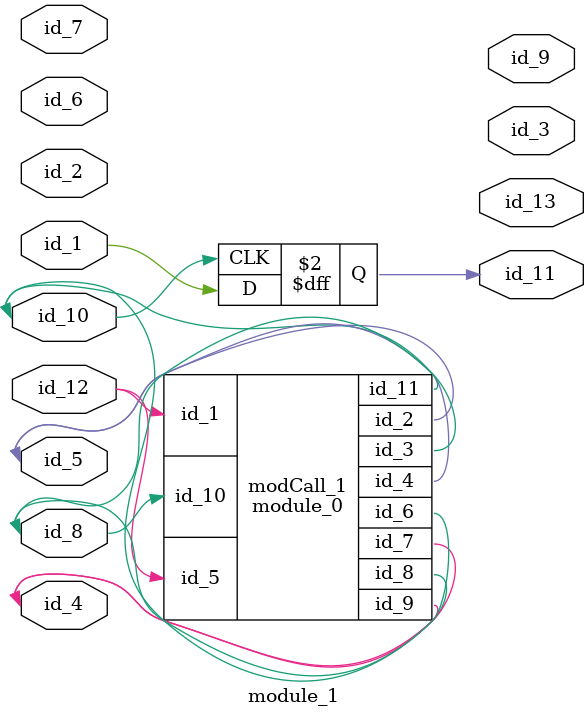
<source format=v>
module module_0 (
    id_1,
    id_2,
    id_3,
    id_4,
    id_5,
    id_6,
    id_7,
    id_8,
    id_9,
    id_10,
    id_11
);
  inout wire id_11;
  input wire id_10;
  output wire id_9;
  inout wire id_8;
  inout wire id_7;
  inout wire id_6;
  input wire id_5;
  output wire id_4;
  output wire id_3;
  inout wire id_2;
  input wire id_1;
  assign id_9 = id_6;
  wire id_12;
endmodule
module module_1 (
    id_1,
    id_2,
    id_3,
    id_4,
    id_5,
    id_6,
    id_7,
    id_8,
    id_9,
    id_10,
    id_11,
    id_12,
    id_13
);
  output wire id_13;
  input wire id_12;
  output reg id_11;
  inout wire id_10;
  output wire id_9;
  inout wire id_8;
  input wire id_7;
  input wire id_6;
  inout wire id_5;
  module_0 modCall_1 (
      id_12,
      id_5,
      id_8,
      id_5,
      id_12,
      id_8,
      id_4,
      id_10,
      id_4,
      id_8,
      id_10
  );
  inout wire id_4;
  output wire id_3;
  input wire id_2;
  inout wire id_1;
  always @(posedge id_10) begin : LABEL_0
    id_11 = id_1;
  end
endmodule

</source>
